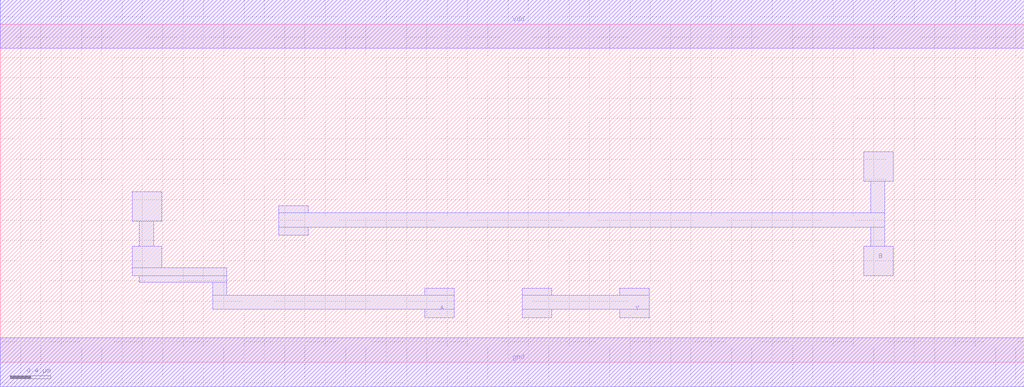
<source format=lef>
VERSION 5.7 ;
  NOWIREEXTENSIONATPIN ON ;
  DIVIDERCHAR "/" ;
  BUSBITCHARS "[]" ;
MACRO XOR2X1
  CLASS CORE ;
  FOREIGN XOR2X1 ;
  ORIGIN 0.000 0.000 ;
  SIZE 10.080 BY 3.330 ;
  SYMMETRY X Y R90 ;
  SITE unit ;
  PIN vdd
    DIRECTION INOUT ;
    USE POWER ;
    SHAPE ABUTMENT ;
    PORT
      LAYER met1 ;
        RECT 0.000 3.090 10.080 3.570 ;
    END
    PORT
      LAYER li1 ;
        RECT 0.000 3.090 10.080 3.570 ;
    END
  END vdd
  PIN gnd
    DIRECTION INOUT ;
    USE GROUND ;
    SHAPE ABUTMENT ;
    PORT
      LAYER met1 ;
        RECT 0.000 -0.240 10.080 0.240 ;
    END
    PORT
      LAYER li1 ;
        RECT 0.000 -0.240 10.080 0.240 ;
    END
  END gnd
  PIN Y
    DIRECTION INOUT ;
    USE SIGNAL ;
    SHAPE ABUTMENT ;
    PORT
      LAYER met1 ;
        RECT 5.140 0.660 5.430 0.730 ;
        RECT 6.100 0.660 6.390 0.730 ;
        RECT 5.140 0.520 6.390 0.660 ;
        RECT 5.140 0.440 5.430 0.520 ;
        RECT 6.100 0.440 6.390 0.520 ;
    END
  END Y
  PIN B
    DIRECTION INOUT ;
    USE SIGNAL ;
    SHAPE ABUTMENT ;
    PORT
      LAYER met1 ;
        RECT 8.500 1.780 8.790 2.070 ;
        RECT 2.740 1.470 3.030 1.540 ;
        RECT 8.570 1.470 8.710 1.780 ;
        RECT 2.740 1.330 8.710 1.470 ;
        RECT 2.740 1.250 3.030 1.330 ;
        RECT 8.570 1.140 8.710 1.330 ;
        RECT 8.500 0.850 8.790 1.140 ;
    END
  END B
  PIN A
    DIRECTION INOUT ;
    USE SIGNAL ;
    SHAPE ABUTMENT ;
    PORT
      LAYER met1 ;
        RECT 1.300 1.390 1.590 1.680 ;
        RECT 1.370 1.140 1.510 1.390 ;
        RECT 1.300 0.930 1.590 1.140 ;
        RECT 1.300 0.850 2.230 0.930 ;
        RECT 1.370 0.790 2.230 0.850 ;
        RECT 2.090 0.660 2.230 0.790 ;
        RECT 4.180 0.660 4.470 0.730 ;
        RECT 2.090 0.520 4.470 0.660 ;
        RECT 4.180 0.440 4.470 0.520 ;
    END
  END A
END XOR2X1
END LIBRARY


</source>
